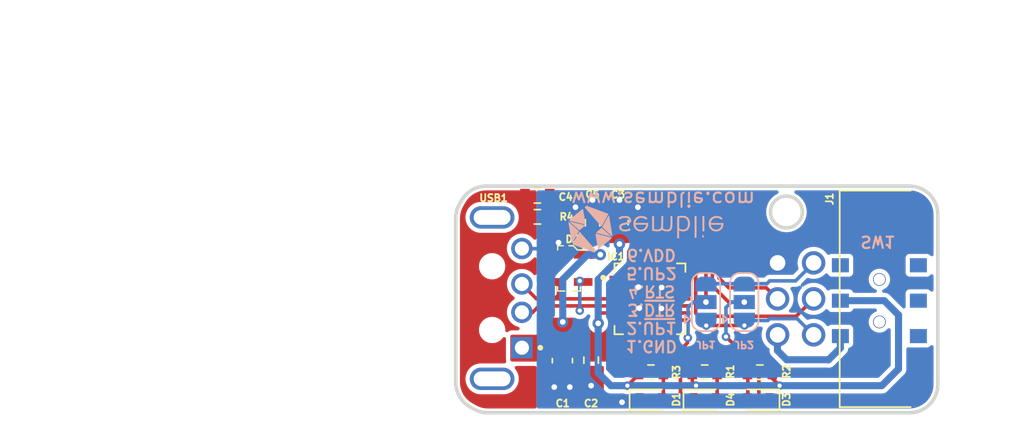
<source format=kicad_pcb>
(kicad_pcb (version 20211014) (generator pcbnew)
  (title_block (title "CP2102") (date "2020-05-25") (rev "v02") (comment 4 "Author: Nejra Mahmutbegovic"))
  (layers (0 "F.Cu" signal) (31 "B.Cu" signal) (34 "B.Paste" user) (35 "F.Paste" user) (36 "B.SilkS" user "B.Silkscreen") (37 "F.SilkS" user "F.Silkscreen") (38 "B.Mask" user) (39 "F.Mask" user) (44 "Edge.Cuts" user))
  (net 0 "")
  (net 1 "GND")
  (net 2 "+3V3")
  (net 3 "Net-(D1-Pad2)")
  (net 4 "/TXD")
  (net 5 "/RXD")
  (net 6 "/VBUS")
  (net 7 "/D+")
  (net 8 "/D-")
  (net 9 "Net-(D3-Pad2)")
  (net 10 "Net-(D4-Pad2)")
  (net 11 "/~{RTS}")
  (net 12 "/~{DTR}")
  (net 13 "/UART_PIN_2")
  (net 14 "/UART_PIN_1")
  (net 17 "/~{RST}")
  (net 24 "Net-(C4-Pad1)")
  (net 25 "Net-(SW1-Pad1)")
  (footprint "LED_SMD:LED_0603_1608Metric" (layer "F.Cu") (at 129.2 113.3)
    (fp_text reference "D4" (at 1.83 -0.02 90) (layer "F.SilkS") (effects (font (size 0.5 0.5) (thickness 0.125))))
    (fp_text value "GREEN")
    (pad "1" smd roundrect locked (at -0.7875 0) (size 0.875 0.95) (layers "F.Cu" "F.Paste" "F.Mask") (net 5 "/RXD"))
    (pad "2" smd roundrect locked (at 0.7875 0) (size 0.875 0.95) (layers "F.Cu" "F.Paste" "F.Mask") (net 10 "Net-(D4-Pad2)"))
  )
  (footprint "LED_SMD:LED_0603_1608Metric" (layer "F.Cu") (at 125.4 113.3)
    (fp_text reference "D1" (at 1.81 -0.02 90) (layer "F.SilkS") (effects (font (size 0.5 0.5) (thickness 0.125))))
    (fp_text value "LED")
    (pad "1" smd roundrect locked (at -0.7875 0) (size 0.875 0.95) (layers "F.Cu" "F.Paste" "F.Mask") (net 1 "GND"))
    (pad "2" smd roundrect locked (at 0.7875 0) (size 0.875 0.95) (layers "F.Cu" "F.Paste" "F.Mask") (net 3 "Net-(D1-Pad2)"))
  )
  (footprint "f:0603" (layer "F.Cu") (at 117.41 100.38 180)
    (fp_text reference "R4" (at -2.06 0 180) (layer "F.SilkS") (effects (font (size 0.5 0.5) (thickness 0.125))))
    (fp_text value "1M")
    (pad "1" smd rect locked (at -0.875 0 180) (size 0.67 1) (layers "F.Cu" "F.Paste" "F.Mask") (net 1 "GND"))
    (pad "2" smd rect locked (at 0.875 0 180) (size 0.67 1) (layers "F.Cu" "F.Paste" "F.Mask") (net 24 "Net-(C4-Pad1)"))
  )
  (footprint "f:0805" (layer "F.Cu") (at 123.1 100.795001 -90)
    (fp_text reference "C3" (at -1.985001 0 180) (layer "F.SilkS") (effects (font (size 0.5 0.5) (thickness 0.125))))
    (fp_text value "10uF_6.3V")
    (pad "1" smd rect locked (at -0.955 0 270) (size 0.97 1.5) (layers "F.Cu" "F.Paste" "F.Mask") (net 1 "GND"))
    (pad "2" smd rect locked (at 0.955 0 270) (size 0.97 1.5) (layers "F.Cu" "F.Paste" "F.Mask") (net 2 "+3V3"))
  )
  (footprint "f:0603" (layer "F.Cu") (at 121.3 100.8 -90)
    (fp_text reference "C5" (at -2 0 180) (layer "F.SilkS") (effects (font (size 0.5 0.5) (thickness 0.125))))
    (fp_text value "0.1uF_6.3V")
    (pad "1" smd rect locked (at -0.875 0 270) (size 0.67 1) (layers "F.Cu" "F.Paste" "F.Mask") (net 1 "GND"))
    (pad "2" smd rect locked (at 0.875 0 270) (size 0.67 1) (layers "F.Cu" "F.Paste" "F.Mask") (net 2 "+3V3"))
  )
  (footprint "f:QFN-28" (layer "F.Cu") (at 125.35 106.17)
    (fp_text reference "IC1" (at -2.41 -2.99) (layer "F.SilkS") (effects (font (size 0.5 0.5) (thickness 0.125))))
    (fp_text value "CP2102-GM")
    (pad "1" smd rect locked (at -2.37 -1.5) (size 0.97 0.26) (layers "F.Cu" "F.Paste" "F.Mask"))
    (pad "2" smd rect locked (at -2.37 -1) (size 0.97 0.26) (layers "F.Cu" "F.Paste" "F.Mask"))
    (pad "3" smd rect locked (at -2.37 -0.5) (size 0.97 0.26) (layers "F.Cu" "F.Paste" "F.Mask") (net 1 "GND"))
    (pad "4" smd rect locked (at -2.37 0) (size 0.97 0.26) (layers "F.Cu" "F.Paste" "F.Mask") (net 7 "/D+"))
    (pad "5" smd rect locked (at -2.37 0.5) (size 0.97 0.26) (layers "F.Cu" "F.Paste" "F.Mask") (net 8 "/D-"))
    (pad "6" smd rect locked (at -2.37 1) (size 0.97 0.26) (layers "F.Cu" "F.Paste" "F.Mask") (net 2 "+3V3"))
    (pad "7" smd rect locked (at -2.37 1.5) (size 0.97 0.26) (layers "F.Cu" "F.Paste" "F.Mask") (net 6 "/VBUS"))
    (pad "8" smd rect locked (at -1.5 2.37) (size 0.26 0.97) (layers "F.Cu" "F.Paste" "F.Mask") (net 6 "/VBUS"))
    (pad "9" smd rect locked (at -1 2.37) (size 0.26 0.97) (layers "F.Cu" "F.Paste" "F.Mask") (net 17 "/~{RST}"))
    (pad "10" smd rect locked (at -0.5 2.37) (size 0.26 0.97) (layers "F.Cu" "F.Paste" "F.Mask"))
    (pad "11" smd rect locked (at 0 2.37) (size 0.26 0.97) (layers "F.Cu" "F.Paste" "F.Mask"))
    (pad "12" smd rect locked (at 0.5 2.37) (size 0.26 0.97) (layers "F.Cu" "F.Paste" "F.Mask"))
    (pad "13" smd rect locked (at 1 2.37) (size 0.26 0.97) (layers "F.Cu" "F.Paste" "F.Mask"))
    (pad "14" smd rect locked (at 1.5 2.37) (size 0.26 0.97) (layers "F.Cu" "F.Paste" "F.Mask"))
    (pad "15" smd rect locked (at 2.37 1.5) (size 0.97 0.26) (layers "F.Cu" "F.Paste" "F.Mask"))
    (pad "16" smd rect locked (at 2.37 1) (size 0.97 0.26) (layers "F.Cu" "F.Paste" "F.Mask"))
    (pad "17" smd rect locked (at 2.37 0.5) (size 0.97 0.26) (layers "F.Cu" "F.Paste" "F.Mask"))
    (pad "18" smd rect locked (at 2.37 0) (size 0.97 0.26) (layers "F.Cu" "F.Paste" "F.Mask"))
    (pad "19" smd rect locked (at 2.37 -0.5) (size 0.97 0.26) (layers "F.Cu" "F.Paste" "F.Mask"))
    (pad "20" smd rect locked (at 2.37 -1) (size 0.97 0.26) (layers "F.Cu" "F.Paste" "F.Mask"))
    (pad "21" smd rect locked (at 2.37 -1.5) (size 0.97 0.26) (layers "F.Cu" "F.Paste" "F.Mask"))
    (pad "22" smd rect locked (at 1.5 -2.37) (size 0.26 0.97) (layers "F.Cu" "F.Paste" "F.Mask"))
    (pad "23" smd rect locked (at 1 -2.37) (size 0.26 0.97) (layers "F.Cu" "F.Paste" "F.Mask"))
    (pad "24" smd rect locked (at 0.5 -2.37) (size 0.26 0.97) (layers "F.Cu" "F.Paste" "F.Mask") (net 11 "/~{RTS}"))
    (pad "25" smd rect locked (at 0 -2.37) (size 0.26 0.97) (layers "F.Cu" "F.Paste" "F.Mask") (net 5 "/RXD"))
    (pad "26" smd rect locked (at -0.5 -2.37) (size 0.26 0.97) (layers "F.Cu" "F.Paste" "F.Mask") (net 4 "/TXD"))
    (pad "27" smd rect locked (at -1 -2.37) (size 0.26 0.97) (layers "F.Cu" "F.Paste" "F.Mask"))
    (pad "28" smd rect locked (at -1.5 -2.37) (size 0.26 0.97) (layers "F.Cu" "F.Paste" "F.Mask") (net 12 "/~{DTR}"))
    (pad "29" smd rect locked (at 0 0) (size 3.15 3.15) (layers "F.Cu" "F.Mask") (net 1 "GND"))
  )
  (footprint "f:0603" (layer "F.Cu") (at 121.2 110.5 90)
    (fp_text reference "C2" (at -3.05 0) (layer "F.SilkS") (effects (font (size 0.5 0.5) (thickness 0.125))))
    (fp_text value "0.1uF_6.3V")
    (pad "1" smd rect locked (at -0.875 0 90) (size 0.67 1) (layers "F.Cu" "F.Paste" "F.Mask") (net 1 "GND"))
    (pad "2" smd rect locked (at 0.875 0 90) (size 0.67 1) (layers "F.Cu" "F.Paste" "F.Mask") (net 6 "/VBUS"))
  )
  (footprint "f:0805" (layer "F.Cu") (at 119.175001 110.534999 90)
    (fp_text reference "C1" (at -3.015001 0.024999 180) (layer "F.SilkS") (effects (font (size 0.5 0.5) (thickness 0.125))))
    (fp_text value "10uF_6.3V")
    (pad "1" smd rect locked (at -0.955 0 90) (size 0.97 1.5) (layers "F.Cu" "F.Paste" "F.Mask") (net 1 "GND"))
    (pad "2" smd rect locked (at 0.955 0 90) (size 0.97 1.5) (layers "F.Cu" "F.Paste" "F.Mask") (net 6 "/VBUS"))
  )
  (footprint "LED_SMD:LED_0603_1608Metric" (layer "F.Cu") (at 133 113.3 180)
    (fp_text reference "D3" (at -1.98 0.01 90) (layer "F.SilkS") (effects (font (size 0.5 0.5) (thickness 0.125))))
    (fp_text value "RED")
    (pad "1" smd roundrect locked (at -0.7875 0 180) (size 0.875 0.95) (layers "F.Cu" "F.Paste" "F.Mask") (net 4 "/TXD"))
    (pad "2" smd roundrect locked (at 0.7875 0 180) (size 0.875 0.95) (layers "F.Cu" "F.Paste" "F.Mask") (net 9 "Net-(D3-Pad2)"))
  )
  (footprint "f:0603" (layer "F.Cu") (at 129.21 111.35)
    (fp_text reference "R1" (at 1.81 -0.04 90) (layer "F.SilkS") (effects (font (size 0.5 0.5) (thickness 0.125))))
    (fp_text value "330R")
    (pad "1" smd rect (at -0.875 0) (size 0.67 1) (layers "F.Cu" "F.Paste" "F.Mask") (net 2 "+3V3"))
    (pad "2" smd rect (at 0.875 0) (size 0.67 1) (layers "F.Cu" "F.Paste" "F.Mask") (net 10 "Net-(D4-Pad2)"))
  )
  (footprint "f:Fiducial_1mm_Mask2mm" (layer "F.Cu") (at 143.96 112.42)
    (fp_text reference "Fid3" hide)
    (fp_text value "1.0mm_Mask_2.0mm")
    (pad "" smd circle locked (at 0 0) (size 1 1) (layers "F.Cu" "F.Mask") (clearance 0.5))
  )
  (footprint "f:USB_48037-0001" (layer "F.Cu") (at 114.22 106.12 -90)
    (fp_text reference "USB1" (at -7.07 -0.1 180) (layer "F.SilkS") (effects (font (size 0.5 0.5) (thickness 0.125))))
    (fp_text value "48037-0001")
    (pad "" np_thru_hole circle (at -2.25 0 270) (size 1.25 1.25) (drill 1.25) (layers *.Cu *.Mask))
    (pad "" np_thru_hole circle (at 2.25 0 270) (size 1.25 1.25) (drill 1.25) (layers *.Cu *.Mask))
    (pad "1" thru_hole rect (at 3.5 -2.1 270) (size 1.508 1.508) (drill 1) (layers *.Cu *.Mask) (net 6 "/VBUS"))
    (pad "2" thru_hole circle (at 1 -2.1 270) (size 1.508 1.508) (drill 1) (layers *.Cu *.Mask) (net 8 "/D-"))
    (pad "3" thru_hole circle (at -1 -2.1 270) (size 1.508 1.508) (drill 1) (layers *.Cu *.Mask) (net 7 "/D+"))
    (pad "4" thru_hole circle (at -3.5 -2.1 270) (size 1.508 1.508) (drill 1) (layers *.Cu *.Mask) (net 1 "GND"))
    (pad "S1" thru_hole oval (at 5.7 0 270) (size 1.575 3.15) (drill oval 1.05 2.6) (layers *.Cu *.Mask))
    (pad "S2" thru_hole oval (at -5.7 0 270) (size 1.575 3.15) (drill oval 1.05 2.6) (layers *.Cu *.Mask))
  )
  (footprint "f:SOT-143-4" (layer "F.Cu") (at 119.64 104.02 -90)
    (fp_text reference "D2" (at -2.06 -0.25 180) (layer "F.SilkS") (effects (font (size 0.5 0.5) (thickness 0.125))))
    (fp_text value "SP0503BAHT")
    (pad "1" smd rect locked (at -0.76 1 270) (size 0.94 1.31) (layers "F.Cu" "F.Paste" "F.Mask") (net 1 "GND"))
    (pad "2" smd rect locked (at 0.96 1 270) (size 0.55 1.31) (layers "F.Cu" "F.Paste" "F.Mask") (net 7 "/D+"))
    (pad "3" smd rect locked (at 0.96 -1 270) (size 0.55 1.31) (layers "F.Cu" "F.Paste" "F.Mask") (net 8 "/D-"))
    (pad "4" smd rect locked (at -0.96 -1 270) (size 0.55 1.31) (layers "F.Cu" "F.Paste" "F.Mask") (net 6 "/VBUS"))
  )
  (footprint "f:0603" (layer "F.Cu") (at 125.42 111.35)
    (fp_text reference "R3" (at 1.8 0 90) (layer "F.SilkS") (effects (font (size 0.5 0.5) (thickness 0.125))))
    (fp_text value "330R")
    (pad "1" smd rect (at -0.875 0) (size 0.67 1) (layers "F.Cu" "F.Paste" "F.Mask") (net 2 "+3V3"))
    (pad "2" smd rect (at 0.875 0) (size 0.67 1) (layers "F.Cu" "F.Paste" "F.Mask") (net 3 "Net-(D1-Pad2)"))
  )
  (footprint "f:0603" (layer "F.Cu") (at 133.1 111.35 180)
    (fp_text reference "R2" (at -1.89 0.04 90) (layer "F.SilkS") (effects (font (size 0.5 0.5) (thickness 0.125))))
    (fp_text value "330R")
    (pad "1" smd rect (at -0.875 0 180) (size 0.67 1) (layers "F.Cu" "F.Paste" "F.Mask") (net 2 "+3V3"))
    (pad "2" smd rect (at 0.875 0 180) (size 0.67 1) (layers "F.Cu" "F.Paste" "F.Mask") (net 9 "Net-(D3-Pad2)"))
  )
  (footprint "f:Fiducial_1mm_Mask2mm" (layer "F.Cu") (at 126.17 99.58)
    (fp_text reference "Fid1" hide)
    (fp_text value "1.0mm_Mask_2.0mm")
    (pad "" smd circle locked (at 0 0) (size 1 1) (layers "F.Cu" "F.Mask") (clearance 0.5))
  )
  (footprint "f:0603" (layer "F.Cu") (at 117.41 98.9)
    (fp_text reference "C4" (at 2 0.08) (layer "F.SilkS") (effects (font (size 0.5 0.5) (thickness 0.125))))
    (fp_text value "1000pF_1kV")
    (pad "1" smd rect (at -0.875 0) (size 0.67 1) (layers "F.Cu" "F.Paste" "F.Mask") (net 24 "Net-(C4-Pad1)"))
    (pad "2" smd rect (at 0.875 0) (size 0.67 1) (layers "F.Cu" "F.Paste" "F.Mask") (net 1 "GND"))
  )
  (footprint "f:Fiducial_1mm_Mask2mm" (layer "F.Cu") (at 143.6 99.77)
    (fp_text reference "Fid2" hide)
    (fp_text value "1.0mm_Mask_2.0mm")
    (pad "" smd circle locked (at 0 0) (size 1 1) (layers "F.Cu" "F.Mask") (clearance 0.5))
  )
  (footprint "f:61200621721" (layer "F.Cu") (at 135.62 106.17 90)
    (fp_text reference "J1" (at 7.05 2.4 90) (layer "F.SilkS") (effects (font (size 0.5 0.5) (thickness 0.125))))
    (fp_text value "61200621721")
    (pad "1" thru_hole circle (at 2.54 -1.27 90) (size 1.65 1.65) (drill 1.1) (layers *.Cu *.Mask) (net 1 "GND"))
    (pad "2" thru_hole circle (at 2.54 1.27 90) (size 1.65 1.65) (drill 1.1) (layers *.Cu *.Mask) (net 13 "/UART_PIN_2"))
    (pad "3" thru_hole circle (at 0 -1.27 90) (size 1.65 1.65) (drill 1.1) (layers *.Cu *.Mask) (net 12 "/~{DTR}"))
    (pad "4" thru_hole circle (at 0 1.27 90) (size 1.65 1.65) (drill 1.1) (layers *.Cu *.Mask) (net 11 "/~{RTS}"))
    (pad "5" thru_hole circle (at -2.54 -1.27 90) (size 1.65 1.65) (drill 1.1) (layers *.Cu *.Mask) (net 25 "Net-(SW1-Pad1)"))
    (pad "6" thru_hole circle (at -2.54 1.27 90) (size 1.65 1.65) (drill 1.1) (layers *.Cu *.Mask) (net 14 "/UART_PIN_1"))
  )
  (footprint "f:SolderJumper-3_P1.3mm_Open_RoundedPad1.0x1.5mm" (layer "B.Cu") (at 129.3 106.4 90)
    (fp_text reference "JP1" (at -3 0 180 unlocked) (layer "B.SilkS") (effects (font (size 0.5 0.5) (thickness 0.125)) (justify mirror)))
    (fp_text value "SolderJumper_3_Open")
    (pad "1" smd custom locked (at -1.3 0 90) (size 1 0.5) (layers "B.Cu" "B.Mask") (net 14 "/UART_PIN_1") (options (clearance outline) (anchor rect)) (primitives (gr_circle (center 0 -0.25) (end 0.5 -0.25) (width 0) (fill yes)) (gr_circle (center 0 0.25) (end 0.5 0.25) (width 0) (fill yes)) (gr_poly (pts (xy 0.55 0.75) (xy 0 0.75) (xy 0 -0.75) (xy 0.55 -0.75)) (width 0) (fill yes))))
    (pad "2" smd rect locked (at 0 0 90) (size 1 1.5) (layers "B.Cu" "B.Mask") (net 5 "/RXD"))
    (pad "3" smd custom locked (at 1.3 0 90) (size 1 0.5) (layers "B.Cu" "B.Mask") (net 13 "/UART_PIN_2") (options (clearance outline) (anchor rect)) (primitives (gr_circle (center 0 -0.25) (end 0.5 -0.25) (width 0) (fill yes)) (gr_circle (center 0 0.25) (end 0.5 0.25) (width 0) (fill yes)) (gr_poly (pts (xy -0.55 0.75) (xy 0 0.75) (xy 0 -0.75) (xy -0.55 -0.75)) (width 0) (fill yes))))
  )
  (footprint "f:SolderJumper-3_P1.3mm_Open_RoundedPad1.0x1.5mm" (layer "B.Cu") (at 132 106.4 90)
    (fp_text reference "JP2" (at -3 0 180 unlocked) (layer "B.SilkS") (effects (font (size 0.5 0.5) (thickness 0.125)) (justify mirror)))
    (fp_text value "SolderJumper_3_Open")
    (pad "1" smd custom locked (at -1.3 0 90) (size 1 0.5) (layers "B.Cu" "B.Mask") (net 14 "/UART_PIN_1") (options (clearance outline) (anchor rect)) (primitives (gr_circle (center 0 -0.25) (end 0.5 -0.25) (width 0) (fill yes)) (gr_circle (center 0 0.25) (end 0.5 0.25) (width 0) (fill yes)) (gr_poly (pts (xy 0.55 0.75) (xy 0 0.75) (xy 0 -0.75) (xy 0.55 -0.75)) (width 0) (fill yes))))
    (pad "2" smd rect locked (at 0 0 90) (size 1 1.5) (layers "B.Cu" "B.Mask") (net 4 "/TXD"))
    (pad "3" smd custom locked (at 1.3 0 90) (size 1 0.5) (layers "B.Cu" "B.Mask") (net 13 "/UART_PIN_2") (options (clearance outline) (anchor rect)) (primitives (gr_circle (center 0 -0.25) (end 0.5 -0.25) (width 0) (fill yes)) (gr_circle (center 0 0.25) (end 0.5 0.25) (width 0) (fill yes)) (gr_poly (pts (xy -0.55 0.75) (xy 0 0.75) (xy 0 -0.75) (xy -0.55 -0.75)) (width 0) (fill yes))))
  )
  (footprint "LOGO" (layer "B.Cu") (at 125.045392 101.250691)
    (fp_text reference "G***" hide)
    (fp_text value "LOGO" hide)
  )
  (footprint "f:SS-33905-1" (layer "B.Cu") (at 141.53 106.3 90)
    (fp_text reference "SW1" (at 4.16 -0.1 180 unlocked) (layer "B.SilkS") (effects (font (size 0.801394 0.801394)) (justify mirror)))
    (fp_text value "SS-3390S-L1")
    (pad "1" smd rect (at -2.5 -2.75 90) (size 1 1.2) (layers "B.Cu" "B.Paste" "B.Mask") (net 25 "Net-(SW1-Pad1)"))
    (pad "2" smd rect (at 0 -2.75 90) (size 1 1.2) (layers "B.Cu" "B.Paste" "B.Mask") (net 2 "+3V3"))
    (pad "3" smd rect (at 2.5 -2.75 90) (size 1 1.2) (layers "B.Cu" "B.Paste" "B.Mask"))
    (pad "4" smd rect (at -2.5 2.75 90) (size 1 1.2) (layers "B.Cu" "B.Paste" "B.Mask"))
    (pad "5" smd rect (at 0 2.75 90) (size 1 1.2) (layers "B.Cu" "B.Paste" "B.Mask"))
    (pad "6" smd rect (at 2.5 2.75 90) (size 1 1.2) (layers "B.Cu" "B.Paste" "B.Mask"))
    (pad "8" thru_hole circle (at 1.5 0 90) (size 0.9 0.9) (drill 0.8) (layers *.Cu *.Mask))
    (pad "8" thru_hole circle (at -1.5 0 90) (size 0.9 0.9) (drill 0.8) (layers *.Cu *.Mask))
  )
  (gr_line (start 143.65 98.212051) (end 113.804701 98.212051) (layer "Edge.Cuts") (width 0.25))
  (gr_line (start 111.65 100.48) (end 111.65 112.05735) (layer "Edge.Cuts") (width 0.25))
  (gr_arc (start 113.917949 114.212051) (mid 113.400311 114.143902) (end 112.917949 113.944102) (layer "Edge.Cuts") (width 0.25))
  (gr_arc (start 112.07265 99.212051) (mid 112.804701 98.48) (end 113.804701 98.212051) (layer "Edge.Cuts") (width 0.25))
  (gr_line (start 145.65 112.212051) (end 145.65 100.212051) (layer "Edge.Cuts") (width 0.25))
  (gr_arc (start 145.65 112.212051) (mid 145.064214 113.626265) (end 143.65 114.212051) (layer "Edge.Cuts") (width 0.25))
  (gr_arc (start 143.65 98.212051) (mid 145.064214 98.797837) (end 145.65 100.212051) (layer "Edge.Cuts") (width 0.25))
  (gr_arc (start 112.65 113.789401) (mid 111.917949 113.05735) (end 111.65 112.05735) (layer "Edge.Cuts") (width 0.25))
  (gr_line (start 113.917949 114.212051) (end 143.65 114.212051) (layer "Edge.Cuts") (width 0.25))
  (gr_line (start 112.07265 99.212051) (end 111.917949 99.48) (layer "Edge.Cuts") (width 0.25))
  (gr_arc (start 111.65 100.48) (mid 111.718148 99.962362) (end 111.917949 99.48) (layer "Edge.Cuts") (width 0.25))
  (gr_circle (center 134.975 100.037051) (end 134.975 101.162051) (layer "Edge.Cuts") (width 0.25) (fill none))
  (gr_line (start 112.65 113.789401) (end 112.917949 113.944102) (layer "Edge.Cuts") (width 0.25))
  (gr_text "1.GND\n2.UP1\n3.~{DTR}\n4.~{RTS}\n5.UP2\n6.VDD" (at 125.46 106.29 180) (layer "B.SilkS") (effects (font (size 0.8 0.8)) (justify mirror)))
  (gr_text "www.semblie.com" (at 126.29 99.13 180) (layer "B.SilkS") (effects (font (size 1 1)) (justify mirror)))
  (segment (start 123.44 113.53) (end 123.38 113.47) (width 0.25) (layer "F.Cu") (net 1))
  (segment (start 122.98 105.67) (end 124.21 105.67) (width 0.25) (layer "F.Cu") (net 1))
  (segment (start 124.21 105.67) (end 124.54 105.34) (width 0.25) (layer "F.Cu") (net 1))
  (segment (start 124.5025 113.53) (end 123.44 113.53) (width 0.25) (layer "F.Cu") (net 1))
  (segment (start 118.9 103.23) (end 118.9 102.2) (width 0.25) (layer "F.Cu") (net 1))
  (via (at 126.18 105.37) (size 1) (drill 0.4) (layers "F.Cu" "B.Cu") (net 1))
  (via (at 121.3 99.2) (size 0.8) (drill 0.4) (layers "F.Cu" "B.Cu") (net 1))
  (via (at 120.1 99.7) (size 0.8) (drill 0.4) (layers "F.Cu" "B.Cu") (net 1))
  (via (at 119.7 112.4) (size 0.8) (drill 0.4) (layers "F.Cu" "B.Cu") (net 1))
  (via (at 118.6 112.4) (size 0.8) (drill 0.4) (layers "F.Cu" "B.Cu") (net 1))
  (via (at 124.6 106.83) (size 1) (drill 0.4) (layers "F.Cu" "B.Cu") (net 1))
  (via (at 124.5 99.7) (size 0.8) (drill 0.4) (layers "F.Cu" "B.Cu") (net 1))
  (via (at 123.2 99.2) (size 0.8) (drill 0.4) (layers "F.Cu" "B.Cu") (net 1))
  (via (at 124.54 105.34) (size 1) (drill 0.4) (layers "F.Cu" "B.Cu") (net 1))
  (via (at 118.9 102.2) (size 0.8) (drill 0.4) (layers "F.Cu" "B.Cu") (net 1))
  (via (at 126.16 106.85) (size 1) (drill 0.4) (layers "F.Cu" "B.Cu") (net 1))
  (via (at 121.2 112.3) (size 0.8) (drill 0.4) (layers "F.Cu" "B.Cu") (net 1))
  (via (at 123.38 113.47) (size 0.8) (drill 0.4) (layers "F.Cu" "B.Cu") (net 1))
  (segment (start 118.47 102.63) (end 118.9 102.2) (width 0.25) (layer "B.Cu") (net 1))
  (segment (start 116.31 102.63) (end 118.47 102.63) (width 0.25) (layer "B.Cu") (net 1))
  (segment (start 133.975 111.35) (end 133.975 111.785) (width 0.25) (layer "F.Cu") (net 2))
  (segment (start 124.545 111.35) (end 124.545 111.515) (width 0.25) (layer "F.Cu") (net 2))
  (segment (start 121.7 107.334315) (end 121.864315 107.17) (width 0.25) (layer "F.Cu") (net 2))
  (segment (start 123.2 101.850001) (end 123.1 101.750001) (width 0.5) (layer "F.Cu") (net 2))
  (segment (start 121.7 107.9) (end 121.7 107.334315) (width 0.25) (layer "F.Cu") (net 2))
  (segment (start 128.335 112.035) (end 128.6 112.3) (width 0.25) (layer "F.Cu") (net 2))
  (segment (start 128.335 111.35) (end 128.335 112.035) (width 0.25) (layer "F.Cu") (net 2))
  (segment (start 121.864315 107.17) (end 122.98 107.17) (width 0.25) (layer "F.Cu") (net 2))
  (segment (start 123.2 102.3) (end 123.2 101.850001) (width 0.5) (layer "F.Cu") (net 2))
  (segment (start 124.545 111.515) (end 123.76 112.3) (width 0.25) (layer "F.Cu") (net 2))
  (segment (start 133.975 111.785) (end 134.49 112.3) (width 0.25) (layer "F.Cu") (net 2))
  (via (at 134.49 112.3) (size 0.6) (drill 0.3) (layers "F.Cu" "B.Cu") (net 2))
  (via (at 121.7 107.9) (size 0.8) (drill 0.4) (layers "F.Cu" "B.Cu") (net 2))
  (via (at 123.2 102.3) (size 0.8) (drill 0.4) (layers "F.Cu" "B.Cu") (net 2))
  (via (at 123.76 112.3) (size 0.6) (drill 0.3) (layers "F.Cu" "B.Cu") (net 2))
  (via (at 128.6 112.3) (size 0.6) (drill 0.3) (layers "F.Cu" "B.Cu") (net 2))
  (segment (start 121.7 104.8) (end 122.4 104.1) (width 0.5) (layer "B.Cu") (net 2))
  (segment (start 123.2 103.3) (end 123.2 102.3) (width 0.5) (layer "B.Cu") (net 2))
  (segment (start 123.76 112.3) (end 128.6 112.3) (width 0.5) (layer "B.Cu") (net 2))
  (segment (start 142.88 107.31) (end 142.88 111.12) (width 0.5) (layer "B.Cu") (net 2))
  (segment (start 122.6 112.3) (end 123.76 112.3) (width 0.5) (layer "B.Cu") (net 2))
  (segment (start 121.7 107.9) (end 121.7 111.4) (width 0.5) (layer "B.Cu") (net 2))
  (segment (start 142.88 111.12) (end 141.7 112.3) (width 0.5) (layer "B.Cu") (net 2))
  (segment (start 121.7 111.4) (end 122.6 112.3) (width 0.5) (layer "B.Cu") (net 2))
  (segment (start 141.87 106.3) (end 142.88 107.31) (width 0.5) (layer "B.Cu") (net 2))
  (segment (start 141.7 112.3) (end 134.49 112.3) (width 0.5) (layer "B.Cu") (net 2))
  (segment (start 134.49 112.3) (end 128.6 112.3) (width 0.5) (layer "B.Cu") (net 2))
  (segment (start 122.4 104.1) (end 123.2 103.3) (width 0.5) (layer "B.Cu") (net 2))
  (segment (start 121.7 107.9) (end 121.7 104.8) (width 0.5) (layer "B.Cu") (net 2))
  (segment (start 138.78 106.3) (end 141.87 106.3) (width 0.5) (layer "B.Cu") (net 2))
  (segment (start 126.295 111.35) (end 126.295 113.1925) (width 0.25) (layer "F.Cu") (net 3))
  (segment (start 126.295 113.1925) (end 126.1875 113.3) (width 0.25) (layer "F.Cu") (net 3))
  (segment (start 132.59 110.15) (end 133.03 110.59) (width 0.25) (layer "F.Cu") (net 4))
  (segment (start 129.75001 103.2136) (end 129.75001 105.25001) (width 0.25) (layer "F.Cu") (net 4))
  (segment (start 130.9 106.4) (end 132 106.4) (width 0.25) (layer "F.Cu") (net 4))
  (segment (start 124.85 103.8) (end 124.85 102.55) (width 0.25) (layer "F.Cu") (net 4))
  (segment (start 129.75001 105.25001) (end 130.9 106.4) (width 0.25) (layer "F.Cu") (net 4))
  (segment (start 125.64999 101.75001) (end 128.28642 101.75001) (width 0.25) (layer "F.Cu") (net 4))
  (segment (start 130.71 108.84) (end 132.02 110.15) (width 0.25) (layer "F.Cu") (net 4))
  (segment (start 133.03 110.59) (end 133.03 113.12) (width 0.25) (layer "F.Cu") (net 4))
  (segment (start 132.02 110.15) (end 132.59 110.15) (width 0.25) (layer "F.Cu") (net 4))
  (segment (start 133.32 113.41) (end 133.8275 113.41) (width 0.25) (layer "F.Cu") (net 4))
  (segment (start 128.28642 101.75001) (end 129.75001 103.2136) (width 0.25) (layer "F.Cu") (net 4))
  (segment (start 124.85 102.55) (end 125.64999 101.75001) (width 0.25) (layer "F.Cu") (net 4))
  (segment (start 133.03 113.12) (end 133.32 113.41) (width 0.25) (layer "F.Cu") (net 4))
  (via (at 132 106.4) (size 0.8) (drill 0.4) (layers "F.Cu" "B.Cu") (net 4))
  (via (at 130.71 108.84) (size 0.6) (drill 0.3) (layers "F.Cu" "B.Cu") (net 4))
  (segment (start 130.71 106.78) (end 130.71 108.84) (width 0.25) (layer "B.Cu") (net 4))
  (segment (start 132 106.4) (end 131.09 106.4) (width 0.25) (layer "B.Cu") (net 4))
  (segment (start 131.09 106.4) (end 130.71 106.78) (width 0.25) (layer "B.Cu") (net 4))
  (segment (start 127.5 112.82) (end 128.19 113.51) (width 0.25) (layer "F.Cu") (net 5))
  (segment (start 129.3 103.4) (end 129.3 106.4) (width 0.25) (layer "F.Cu") (net 5))
  (segment (start 125.35 103.065) (end 125.35 102.75) (width 0.25) (layer "F.Cu") (net 5))
  (segment (start 128.14999 102.24999) (end 129.3 103.4) (width 0.25) (layer "F.Cu") (net 5))
  (segment (start 127.99 108.95) (end 128.02 108.92) (width 0.25) (layer "F.Cu") (net 5))
  (segment (start 125.850009 102.249991) (end 125.9136 102.24999) (width 0.25) (layer "F.Cu") (net 5))
  (segment (start 127.5 109.77) (end 127.5 112.82) (width 0.25) (layer "F.Cu") (net 5))
  (segment (start 125.9136 102.24999) (end 128.14999 102.24999) (width 0.25) (layer "F.Cu") (net 5))
  (segment (start 125.45 102.65) (end 125.850009 102.249991) (width 0.25) (layer "F.Cu") (net 5))
  (segment (start 125.35 102.75) (end 125.45 102.65) (width 0.25) (layer "F.Cu") (net 5))
  (segment (start 127.99 109.28) (end 127.99 108.95) (width 0.25) (layer "F.Cu") (net 5))
  (segment (start 125.35 103.8) (end 125.35 103.065) (width 0.25) (layer "F.Cu") (net 5))
  (segment (start 127.99 109.28) (end 127.5 109.77) (width 0.25) (layer "F.Cu") (net 5))
  (via (at 129.3 106.4) (size 0.8) (drill 0.4) (layers "F.Cu" "B.Cu") (net 5))
  (via (at 128.02 108.92) (size 0.6) (drill 0.3) (layers "F.Cu" "B.Cu") (net 5))
  (segment (start 128.41 106.4) (end 128.04 106.77) (width 0.25) (layer "B.Cu") (net 5))
  (segment (start 129.3 106.4) (end 128.41 106.4) (width 0.25) (layer "B.Cu") (net 5))
  (segment (start 128.04 106.77) (end 128.04 108.8) (width 0.25) (layer "B.Cu") (net 5))
  (segment (start 121.1 103.05) (end 121.15 103.05) (width 0.5) (layer "F.Cu") (net 6))
  (segment (start 122.98 107.67) (end 123.85 108.54) (width 0.25) (layer "F.Cu") (net 6))
  (segment (start 121.15 103.05) (end 121.2 103.1) (width 0.5) (layer "F.Cu") (net 6))
  (segment (start 121.2 103.1) (end 121.85 103.05) (width 0.5) (layer "F.Cu") (net 6))
  (via (at 119.2 107.8) (size 0.8) (drill 0.4) (layers "F.Cu" "B.Cu") (net 6))
  (via (at 121.85 103.05) (size 0.8) (drill 0.4) (layers "F.Cu" "B.Cu") (net 6))
  (segment (start 120.95 103.05) (end 119.2 104.8) (width 0.5) (layer "B.Cu") (net 6))
  (segment (start 119.2 104.8) (end 119.2 107.8) (width 0.5) (layer "B.Cu") (net 6))
  (segment (start 121.85 103.05) (end 120.95 103.05) (width 0.5) (layer "B.Cu") (net 6))
  (segment (start 118.9 105.9) (end 118.9 105.94) (width 0.25) (layer "F.Cu") (net 7))
  (segment (start 118.9 104.95) (end 118.9 105.9) (width 0.25) (layer "F.Cu") (net 7))
  (segment (start 117.35 106.17) (end 116.31 105.13) (width 0.25) (layer "F.Cu") (net 7))
  (segment (start 119.13 106.17) (end 118.63 106.17) (width 0.25) (layer "F.Cu") (net 7))
  (segment (start 122.98 106.17) (end 119.13 106.17) (width 0.25) (layer "F.Cu") (net 7))
  (segment (start 118.63 106.17) (end 117.35 106.17) (width 0.25) (layer "F.Cu") (net 7))
  (segment (start 118.9 105.9) (end 118.63 106.17) (width 0.25) (layer "F.Cu") (net 7))
  (segment (start 118.9 105.94) (end 119.13 106.17) (width 0.25) (layer "F.Cu") (net 7))
  (segment (start 120.47 106.67) (end 117.53 106.67) (width 0.25) (layer "F.Cu") (net 8))
  (segment (start 122.98 106.67) (end 120.47 106.67) (width 0.25) (layer "F.Cu") (net 8))
  (segment (start 117.53 106.67) (end 117.07 107.13) (width 0.25) (layer "F.Cu") (net 8))
  (segment (start 121.1 104.95) (end 120.45 104.95) (width 0.25) (layer "F.Cu") (net 8))
  (segment (start 120.4 107) (end 120.4 106.74) (width 0.25) (layer "F.Cu") (net 8))
  (segment (start 117.07 107.13) (end 116.31 107.13) (width 0.25) (layer "F.Cu") (net 8))
  (segment (start 120.4 106.74) (end 120.47 106.67) (width 0.25) (layer "F.Cu") (net 8))
  (segment (start 120.45 104.95) (end 120.4 104.9) (width 0.25) (layer "F.Cu") (net 8))
  (via (at 120.4 104.9) (size 0.6) (drill 0.3) (layers "F.Cu" "B.Cu") (net 8))
  (via (at 120.4 107) (size 0.6) (drill 0.3) (layers "F.Cu" "B.Cu") (net 8))
  (segment (start 120.4 104.9) (end 120.4 107) (width 0.25) (layer "B.Cu") (net 8))
  (segment (start 132.2525 111.41) (end 132.2525 113.41) (width 0.25) (layer "F.Cu") (net 9))
  (segment (start 130.085 113.2025) (end 129.9875 113.3) (width 0.25) (layer "F.Cu") (net 10))
  (segment (start 130.085 111.35) (end 130.085 113.2025) (width 0.25) (layer "F.Cu") (net 10))
  (segment (start 128.574999 107.174999) (end 128.8 107.4) (width 0.25) (layer "F.Cu") (net 11))
  (segment (start 125.85 103.8) (end 125.85 102.95) (width 0.25) (layer "F.Cu") (net 11))
  (segment (start 135.66 107.4) (end 136.88 106.18) (width 0.25) (layer "F.Cu") (net 11))
  (segment (start 127.9 102.7) (end 128.6 103.4) (width 0.25) (layer "F.Cu") (net 11))
  (segment (start 125.85 102.95) (end 126.1 102.7) (width 0.25) (layer "F.Cu") (net 11))
  (segment (start 126.1 102.7) (end 127.9 102.7) (width 0.25) (layer "F.Cu") (net 11))
  (segment (start 128.574999 103.425001) (end 128.574999 107.174999) (width 0.25) (layer "F.Cu") (net 11))
  (segment (start 128.6 103.4) (end 128.574999 103.425001) (width 0.25) (layer "F.Cu") (net 11))
  (segment (start 128.8 107.4) (end 135.66 107.4) (width 0.25) (layer "F.Cu") (net 11))
  (segment (start 130.21 102.97) (end 130.21 104.69) (width 0.25) (layer "F.Cu") (net 12))
  (segment (start 124.65 102.05) (end 125.4 101.3) (width 0.25) (layer "F.Cu") (net 12))
  (segment (start 133.55 105.39) (end 134.34 106.18) (width 0.25) (layer "F.Cu") (net 12))
  (segment (start 130.21 104.69) (end 130.91 105.39) (width 0.25) (layer "F.Cu") (net 12))
  (segment (start 130.91 105.39) (end 133.55 105.39) (width 0.25) (layer "F.Cu") (net 12))
  (segment (start 123.85 102.85) (end 124.65 102.05) (width 0.25) (layer "F.Cu") (net 12))
  (segment (start 123.85 103.065) (end 123.85 102.85) (width 0.25) (layer "F.Cu") (net 12))
  (segment (start 128.540001 101.300001) (end 130.21 102.97) (width 0.25) (layer "F.Cu") (net 12))
  (segment (start 123.85 103.8) (end 123.85 103.065) (width 0.25) (layer "F.Cu") (net 12))
  (segment (start 125.4 101.3) (end 128.540001 101.300001) (width 0.25) (layer "F.Cu") (net 12))
  (segment (start 132 105.1) (end 133.6 105.1) (width 0.25) (layer "B.Cu") (net 13))
  (segment (start 133.6 105.1) (end 133.8 104.9) (width 0.25) (layer "B.Cu") (net 13))
  (segment (start 129.3 105.1) (end 132 105.1) (width 0.25) (layer "B.Cu") (net 13))
  (segment (start 135.62 104.9) (end 136.88 103.64) (width 0.25) (layer "B.Cu") (net 13))
  (segment (start 133.8 104.9) (end 135.62 104.9) (width 0.25) (layer "B.Cu") (net 13))
  (segment (start 132.01 108.05) (end 129.41 108.05) (width 0.25) (layer "F.Cu") (net 14))
  (via (at 132.01 108.05) (size 0.6) (drill 0.3) (layers "F.Cu" "B.Cu") (net 14))
  (via (at 129.32 108.06) (size 0.6) (drill 0.3) (layers "F.Cu" "B.Cu") (net 14))
  (segment (start 132 108.04) (end 132.01 108.05) (width 0.25) (layer "B.Cu") (net 14))
  (segment (start 133.787999 107.569999) (end 135.729999 107.569999) (width 0.25) (layer "B.Cu") (net 14))
  (segment (start 133.657998 107.7) (end 133.787999 107.569999) (width 0.25) (layer "B.Cu") (net 14))
  (segment (start 132 107.7) (end 132 108.04) (width 0.25) (layer "B.Cu") (net 14))
  (segment (start 132 107.7) (end 133.657998 107.7) (width 0.25) (layer "B.Cu") (net 14))
  (segment (start 135.729999 107.569999) (end 136.88 108.72) (width 0.25) (layer "B.Cu") (net 14))
  (segment (start 134.3 108.76) (end 134.34 108.72) (width 0.25) (layer "F.Cu") (net 25))
  (segment (start 138.78 109.64) (end 137.94 110.48) (width 0.5) (layer "B.Cu") (net 25))
  (segment (start 137.93 110.47) (end 134.99 110.47) (width 0.5) (layer "B.Cu") (net 25))
  (segment (start 134.99 110.47) (end 134.34 109.82) (width 0.5) (layer "B.Cu") (net 25))
  (segment (start 138.78 108.8) (end 138.78 109.64) (width 0.5) (layer "B.Cu") (net 25))
  (segment (start 137.94 110.48) (end 137.93 110.47) (width 0.5) (layer "B.Cu") (net 25))
  (segment (start 134.34 109.82) (end 134.34 108.72) (width 0.5) (layer "B.Cu") (net 25))
  (zone (net 1) (net_name "GND") (layer "F.Cu") (priority 1) (connect_pads yes (clearance 0.3)) (min_thickness 0.254) (fill yes (thermal_gap 0.508) (thermal_bridge_width 0.508))
    (polygon (pts (xy 122.1 112.9) (xy 118.2 112.9) (xy 118.2 110.9) (xy 122.1 110.9)))
  )
  (zone (net 1) (net_name "GND") (layer "F.Cu") (priority 1) (connect_pads yes (clearance 0.3)) (min_thickness 0.254) (fill yes (thermal_gap 0.508) (thermal_bridge_width 0.508))
    (polygon (pts (xy 124.9 100.659353) (xy 119.550066 100.640647) (xy 119.55 101) (xy 117.75 101) (xy 117.75 100.375) (xy 117.75 98.325) (xy 124.9 98.35)))
  )
  (zone (net 2) (net_name "+3V3") (layer "F.Cu") (priority 1) (connect_pads yes (clearance 0.3)) (min_thickness 0.254) (fill yes (thermal_gap 0.508) (thermal_bridge_width 0.508))
    (polygon (pts (xy 124.1 102.2) (xy 120.6 102.2) (xy 120.6 101) (xy 124.1 101)))
  )
  (zone (net 6) (net_name "/VBUS") (layer "F.Cu") (priority 1) (connect_pads yes (clearance 0.3)) (min_thickness 0.254) (fill yes (thermal_gap 0.508) (thermal_bridge_width 0.508))
    (polygon (pts (xy 123.5 108) (xy 124 108) (xy 124 110.6) (xy 115.5 110.6) (xy 115.5 108.7) (xy 117.6 108.7) (xy 117.6 107.5) (xy 123.5 107.5)))
  )
  (zone (net 24) (net_name "Net-(C4-Pad1)") (layer "F.Cu") (connect_pads yes (clearance 0.3)) (min_thickness 0.254) (fill yes (thermal_gap 0.508) (thermal_bridge_width 0.508))
    (polygon (pts (xy 117.36 114.27) (xy 111.46 114.27) (xy 111.46 98.07) (xy 117.36 98.07)))
  )
  (zone (net 1) (net_name "GND") (layer "B.Cu") (connect_pads yes (clearance 0.3)) (min_thickness 0.254) (fill yes (thermal_gap 0.508) (thermal_bridge_width 0.508))
    (polygon (pts (xy 147.96 114.27) (xy 117.36 114.27) (xy 117.36 98.07) (xy 147.96 98.07)))
  )
)
</source>
